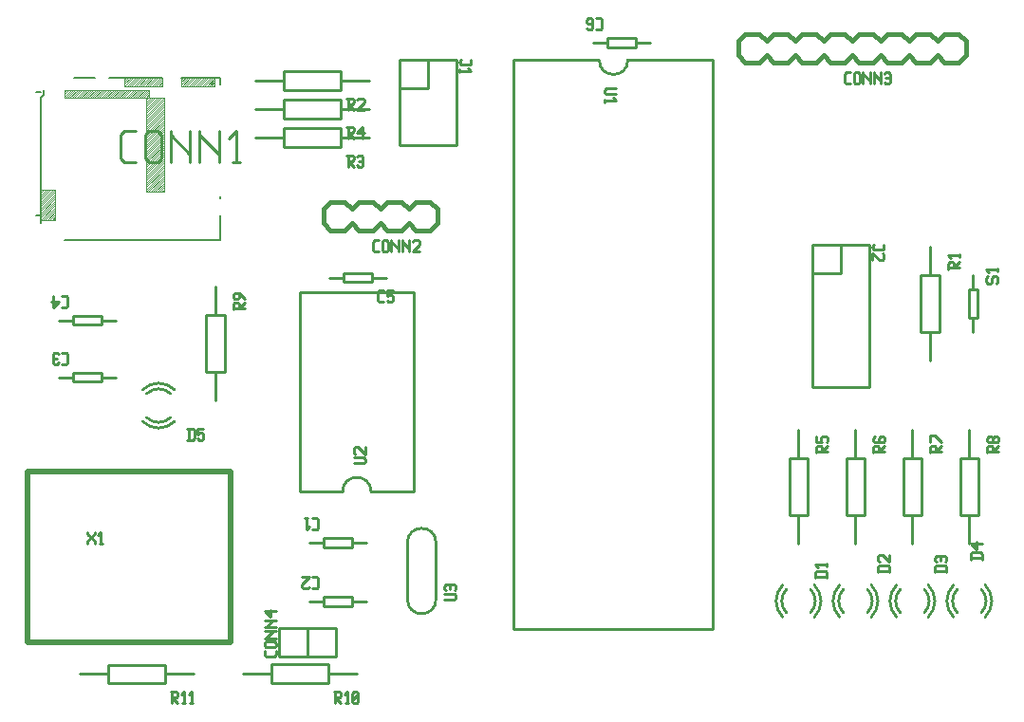
<source format=gbr>
G04 start of page 13 for group -4079 idx -4079 *
G04 Title: (unknown), topsilk *
G04 Creator: pcb 20100929 *
G04 CreationDate: Thu 24 Nov 2011 04:56:09 PM GMT UTC *
G04 For: andy *
G04 Format: Gerber/RS-274X *
G04 PCB-Dimensions: 346457 244094 *
G04 PCB-Coordinate-Origin: lower left *
%MOIN*%
%FSLAX25Y25*%
%LNFRONTSILK*%
%ADD13C,0.0200*%
%ADD25C,0.0150*%
%ADD40C,0.0100*%
%ADD41C,0.0020*%
%ADD42C,0.0050*%
%ADD43C,0.0110*%
G54D40*X264413Y39681D02*G75*G03X264413Y28507I5586J-5586D01*G01*
X275586Y28508D02*G75*G03X275586Y39680I-5586J5586D01*G01*
X265828Y38266D02*G75*G03X265828Y29922I4171J-4171D01*G01*
X274171Y29923D02*G75*G03X274171Y38265I-4171J4171D01*G01*
X284413Y39681D02*G75*G03X284413Y28507I5586J-5586D01*G01*
X295586Y28508D02*G75*G03X295586Y39680I-5586J5586D01*G01*
X285828Y38266D02*G75*G03X285828Y29922I4171J-4171D01*G01*
X294171Y29923D02*G75*G03X294171Y38265I-4171J4171D01*G01*
X306700Y64094D02*X313300D01*
Y84094D02*Y64094D01*
X306700Y84094D02*X313300D01*
X306700D02*Y64094D01*
X310000Y94094D02*Y84094D01*
Y64094D02*Y54094D01*
X286700Y64094D02*X293300D01*
Y84094D02*Y64094D01*
X286700Y84094D02*X293300D01*
X286700D02*Y64094D01*
X290000Y94094D02*Y84094D01*
Y64094D02*Y54094D01*
X266700Y64094D02*X273300D01*
Y84094D02*Y64094D01*
X266700Y84094D02*X273300D01*
X266700D02*Y64094D01*
X270000Y94094D02*Y84094D01*
Y64094D02*Y54094D01*
X324413Y39681D02*G75*G03X324413Y28507I5586J-5586D01*G01*
X335586Y28508D02*G75*G03X335586Y39680I-5586J5586D01*G01*
X325828Y38266D02*G75*G03X325828Y29922I4171J-4171D01*G01*
X334171Y29923D02*G75*G03X334171Y38265I-4171J4171D01*G01*
X326700Y64094D02*X333300D01*
Y84094D02*Y64094D01*
X326700Y84094D02*X333300D01*
X326700D02*Y64094D01*
X330000Y94094D02*Y84094D01*
Y64094D02*Y54094D01*
X285000Y149094D02*Y159094D01*
X275000Y149094D02*X285000D01*
X295000Y159094D02*X275000D01*
X295000Y109094D02*Y159094D01*
X275000Y109094D02*X295000D01*
X275000Y159094D02*Y109094D01*
X304413Y39681D02*G75*G03X304413Y28507I5586J-5586D01*G01*
X315586Y28508D02*G75*G03X315586Y39680I-5586J5586D01*G01*
X305828Y38266D02*G75*G03X305828Y29922I4171J-4171D01*G01*
X314171Y29923D02*G75*G03X314171Y38265I-4171J4171D01*G01*
X329699Y133740D02*X332899D01*
Y143740D02*Y133740D01*
X329699Y143740D02*X332899D01*
X329699D02*Y133740D01*
X331299Y148740D02*Y143740D01*
Y133740D02*Y128740D01*
X212874Y231757D02*Y228557D01*
X202874Y231757D02*X212874D01*
X202874D02*Y228557D01*
X212874D01*
X197874Y230157D02*X202874D01*
X212874D02*X217874D01*
G54D25*X248780Y230846D02*Y225846D01*
X251280Y223346D02*X256280D01*
X251280D02*X248780Y225846D01*
X256280Y223346D02*X258780Y225846D01*
X261280Y223346D02*X266280D01*
X261280D02*X258780Y225846D01*
X266280Y223346D02*X268780Y225846D01*
X271280Y223346D02*X276280D01*
X271280D02*X268780Y225846D01*
X276280Y223346D02*X278780Y225846D01*
X281280Y223346D02*X286280D01*
X281280D02*X278780Y225846D01*
X286280Y223346D02*X288780Y225846D01*
X291280Y223346D02*X296280D01*
X291280D02*X288780Y225846D01*
X296280Y223346D02*X298780Y225846D01*
X301280Y223346D02*X306280D01*
X301280D02*X298780Y225846D01*
X306280Y223346D02*X308780Y225846D01*
X311280Y223346D02*X316280D01*
X311280D02*X308780Y225846D01*
X316280Y223346D02*X318780Y225846D01*
X321280Y223346D02*X326280D01*
X321280D02*X318780Y225846D01*
X326280Y223346D02*X328780Y225846D01*
X251280Y233346D02*X256280D01*
X251280D02*X248780Y230846D01*
X256280Y233346D02*X258780Y230846D01*
X261280Y233346D02*X266280D01*
X261280D02*X258780Y230846D01*
X266280Y233346D02*X268780Y230846D01*
X271280Y233346D02*X276280D01*
X271280D02*X268780Y230846D01*
X276280Y233346D02*X278780Y230846D01*
X281280Y233346D02*X286280D01*
X281280D02*X278780Y230846D01*
X286280Y233346D02*X288780Y230846D01*
X291280Y233346D02*X296280D01*
X291280D02*X288780Y230846D01*
X296280Y233346D02*X298780Y230846D01*
X301280Y233346D02*X306280D01*
X301280D02*X298780Y230846D01*
X306280Y233346D02*X308780Y230846D01*
X311280Y233346D02*X316280D01*
X311280D02*X308780Y230846D01*
X316280Y233346D02*X318780Y230846D01*
X321280Y233346D02*X326280D01*
X321280D02*X318780Y230846D01*
X326280Y233346D02*X328780Y230846D01*
Y225846D01*
G54D40*X312999Y128740D02*X319599D01*
Y148740D02*Y128740D01*
X312999Y148740D02*X319599D01*
X312999D02*Y128740D01*
X316299Y158740D02*Y148740D01*
Y128740D02*Y118740D01*
X210000Y224094D02*X240000D01*
X170000D02*X200000D01*
X240000Y24094D02*Y224094D01*
X170000Y24094D02*X240000D01*
X170000Y224094D02*Y24094D01*
X200000Y224094D02*G75*G03X210000Y224094I5000J0D01*G01*
X142636Y54645D02*Y34645D01*
X132636Y54645D02*Y34645D01*
X142636Y54645D02*G75*G03X132636Y54645I-5000J0D01*G01*
Y34645D02*G75*G03X142636Y34645I5000J0D01*G01*
X113346Y35497D02*Y32297D01*
X103346Y35497D02*X113346D01*
X103346D02*Y32297D01*
X113346D01*
X98346Y33897D02*X103346D01*
X113346D02*X118346D01*
X113346Y56245D02*Y53045D01*
X103346Y56245D02*X113346D01*
X103346D02*Y53045D01*
X113346D01*
X98346Y54645D02*X103346D01*
X113346D02*X118346D01*
X94842Y72519D02*X109842D01*
X119842D02*X134842D01*
X94842Y142519D02*Y72519D01*
Y142519D02*X134842D01*
Y72519D01*
X119842D02*G75*G03X109842Y72519I-5000J0D01*G01*
X110236Y149355D02*Y146155D01*
X120236D01*
Y149355D02*Y146155D01*
X110236Y149355D02*X120236D01*
Y147755D02*X125236D01*
X105236D02*X110236D01*
X107362Y24685D02*Y14685D01*
X87362Y24685D02*X107362D01*
X87362D02*Y14685D01*
X107362D01*
X97362Y24685D02*X107362D01*
X97362D02*Y14685D01*
X74803Y8511D02*X84803D01*
X104803D02*X114803D01*
X84803Y11811D02*X104803D01*
Y5211D01*
X84803D01*
Y11811D01*
G54D13*X-882Y19743D02*X70418D01*
X-882Y79743D02*X70418D01*
Y19743D01*
X-882Y79743D02*X-902Y19743D01*
G54D40*X17441Y8432D02*X27441D01*
X47441D02*X57441D01*
X27441Y11732D02*X47441D01*
Y5132D01*
X27441D01*
Y11732D01*
X89252Y193589D02*Y200189D01*
X109252Y193589D02*X89252D01*
X109252Y200189D02*Y193589D01*
X89252Y200189D02*X109252D01*
Y196889D02*X119252D01*
X79252D02*X89252D01*
G54D25*X103110Y171791D02*Y166791D01*
X105610Y164291D02*X110610D01*
X105610D02*X103110Y166791D01*
X110610Y164291D02*X113110Y166791D01*
X115610Y164291D02*X120610D01*
X115610D02*X113110Y166791D01*
X120610Y164291D02*X123110Y166791D01*
X125610Y164291D02*X130610D01*
X125610D02*X123110Y166791D01*
X130610Y164291D02*X133110Y166791D01*
X135610Y164291D02*X140610D01*
X135610D02*X133110Y166791D01*
X140610Y164291D02*X143110Y166791D01*
X105610Y174291D02*X110610D01*
X105610D02*X103110Y171791D01*
X110610Y174291D02*X113110Y171791D01*
X115610Y174291D02*X120610D01*
X115610D02*X113110Y171791D01*
X120610Y174291D02*X123110Y171791D01*
X125610Y174291D02*X130610D01*
X125610D02*X123110Y171791D01*
X130610Y174291D02*X133110Y171791D01*
X135610Y174291D02*X140610D01*
X135610D02*X133110Y171791D01*
X140610Y174291D02*X143110Y171791D01*
Y166791D01*
G54D40*X89252Y203589D02*Y210189D01*
X109252Y203589D02*X89252D01*
X109252Y210189D02*Y203589D01*
X89252Y210189D02*X109252D01*
Y206889D02*X119252D01*
X79252D02*X89252D01*
Y213589D02*Y220189D01*
X109252Y213589D02*X89252D01*
X109252Y220189D02*Y213589D01*
X89252Y220189D02*X109252D01*
Y216889D02*X119252D01*
X79252D02*X89252D01*
X140000Y214094D02*Y224094D01*
X130000Y214094D02*X140000D01*
X150000Y224094D02*X130000D01*
X150000Y194094D02*Y224094D01*
X130000Y194094D02*X150000D01*
X130000Y224094D02*Y194094D01*
G54D41*X40787Y177873D02*X47086D01*
X40787Y210944D02*X47086D01*
X40787D02*Y177873D01*
X47086Y210944D02*Y177873D01*
X41968Y213700D02*Y210944D01*
X12047Y213700D02*X41968D01*
X12047D02*Y210944D01*
X41968D01*
X64999Y218031D02*Y215078D01*
X53188Y218031D02*X64999D01*
X53188D02*Y215078D01*
X64999D01*
X4960Y178661D02*X3779Y177480D01*
X4173Y178661D02*X3779Y178267D01*
X8897Y177874D02*X3779Y172756D01*
X8897Y177087D02*X3779Y171969D01*
Y178661D02*Y168031D01*
X8897D01*
Y178661D02*Y168031D01*
X3779Y178661D02*X8897D01*
X64999Y218031D02*X62047Y215079D01*
X64999Y217243D02*X62834Y215078D01*
X64999Y216456D02*X63621Y215078D01*
X64999Y215669D02*X64409Y215079D01*
X64212Y218031D02*X61260Y215079D01*
X63425Y218031D02*X60473Y215079D01*
X62638Y218031D02*X59686Y215079D01*
X61850Y218031D02*X58898Y215079D01*
X61063Y218031D02*X58111Y215079D01*
X60275Y218031D02*X57323Y215079D01*
X59488Y218031D02*X56536Y215079D01*
X58701Y218031D02*X55749Y215079D01*
X57913Y218031D02*X54961Y215079D01*
X57126Y218031D02*X54174Y215079D01*
X56338Y218031D02*X53386Y215079D01*
X55551Y218031D02*X53189Y215670D01*
X54763Y218031D02*X53188Y216456D01*
X53976Y218031D02*X53188Y217243D01*
X33896Y218031D02*X33306Y217440D01*
X8897Y176299D02*X3779Y171181D01*
X8897Y175512D02*X3779Y170394D01*
X8897Y174724D02*X3779Y169606D01*
X8897Y173937D02*X3779Y168819D01*
X8897Y173150D02*X3779Y168032D01*
X4566D02*X8897Y172363D01*
X5354Y168032D02*X8897Y171575D01*
X6141Y168032D02*X8897Y170788D01*
X6929Y168032D02*X8897Y170000D01*
X7716Y168032D02*X8897Y169213D01*
X8503Y168032D02*X8897Y168426D01*
G54D42*X3779Y210944D02*Y166850D01*
X15590Y218031D02*X22873D01*
X27991D02*X46495D01*
X53188D02*X66771D01*
Y215669D01*
Y176298D02*Y175511D01*
Y169606D02*Y160944D01*
X12047D02*X66771D01*
X3779Y210944D02*X4763Y211928D01*
Y213503D02*Y211928D01*
G54D41*X41968Y213700D02*X39212Y210944D01*
X41968Y212913D02*X39999Y210944D01*
X41968Y212125D02*X40787Y210944D01*
X42362D02*X40787Y209369D01*
X41181Y213700D02*X38425Y210944D01*
X40393Y213700D02*X37637Y210944D01*
X39606Y213700D02*X36850Y210944D01*
X38818Y213700D02*X36062Y210944D01*
X38031Y213700D02*X35275Y210944D01*
X37244Y213700D02*X34488Y210944D01*
X36456Y213700D02*X33700Y210944D01*
X35669Y213700D02*X32913Y210944D01*
X34881Y213700D02*X32125Y210944D01*
X34094Y213700D02*X31338Y210944D01*
X33307Y213700D02*X30551Y210944D01*
X32519Y213700D02*X29763Y210944D01*
X31732Y213700D02*X28976Y210944D01*
X30944Y213700D02*X28188Y210944D01*
X30156Y213700D02*X27400Y210944D01*
X29369Y213700D02*X26613Y210944D01*
X28582Y213700D02*X25826Y210944D01*
X27794Y213700D02*X25038Y210944D01*
X27007Y213700D02*X24251Y210944D01*
X26219Y213700D02*X23463Y210944D01*
X25432Y213700D02*X22676Y210944D01*
X24645Y213700D02*X21889Y210944D01*
X23857Y213700D02*X21101Y210944D01*
X23070Y213700D02*X20314Y210944D01*
X22282Y213700D02*X19526Y210944D01*
X21495Y213700D02*X18739Y210944D01*
X20708Y213700D02*X17952Y210944D01*
X19921Y213700D02*X17165Y210944D01*
X19133Y213700D02*X16377Y210944D01*
X18346Y213700D02*X15590Y210944D01*
X17558Y213700D02*X14802Y210944D01*
X16771Y213700D02*X14015Y210944D01*
X15984Y213700D02*X13228Y210944D01*
X15196Y213700D02*X12440Y210944D01*
X14409Y213700D02*X12047Y211338D01*
X13621Y213700D02*X12047Y212125D01*
X12834Y213700D02*X12047Y212913D01*
X47086Y210944D02*X40787Y204645D01*
X46299Y210944D02*X40787Y205432D01*
X45511Y210944D02*X40787Y206220D01*
X44724Y210944D02*X40787Y207007D01*
X43936Y210944D02*X40786Y207794D01*
X43149Y210944D02*X40787Y208582D01*
X41968Y211338D02*X40787Y210157D01*
X47086Y210156D02*X40787Y203857D01*
X47086Y209369D02*X40787Y203070D01*
X47086Y208581D02*X40787Y202282D01*
X47086Y207794D02*X40787Y201495D01*
X47086Y207006D02*X40787Y200707D01*
X47086Y206219D02*X40787Y199920D01*
X47086Y205431D02*X40787Y199132D01*
X47086Y204644D02*X40787Y198345D01*
X47086Y203856D02*X40787Y197557D01*
X47086Y203069D02*X40787Y196770D01*
X47086Y202281D02*X40787Y195982D01*
X47086Y201494D02*X40787Y195195D01*
X47086Y200706D02*X40787Y194407D01*
X47086Y199919D02*X40787Y193620D01*
X47086Y199131D02*X40787Y192832D01*
X47086Y198345D02*X40787Y192046D01*
X47086Y197557D02*X40787Y191258D01*
X47086Y196770D02*X40787Y190471D01*
X47086Y195982D02*X40787Y189683D01*
X47086Y195195D02*X40787Y188896D01*
X47086Y194407D02*X40787Y188108D01*
X47086Y193620D02*X40787Y187321D01*
X47086Y192832D02*X40787Y186533D01*
X47086Y192046D02*X40787Y185747D01*
X47086Y191258D02*X40787Y184959D01*
X47086Y190471D02*X40787Y184172D01*
X47086Y189683D02*X40787Y183384D01*
X47086Y188896D02*X40787Y182597D01*
X47086Y188108D02*X40787Y181809D01*
X47086Y187321D02*X40787Y181022D01*
X47086Y186533D02*X40787Y180234D01*
X47086Y185747D02*X40787Y179448D01*
X47086Y184959D02*X40787Y178660D01*
X47086Y184172D02*X40787Y177873D01*
X47086Y183384D02*X41574Y177872D01*
X47086Y182597D02*X42362Y177873D01*
X47086Y181809D02*X43149Y177873D01*
X47086Y181022D02*X43936Y177872D01*
X47086Y180234D02*X44724Y177872D01*
X47086Y179448D02*X45511Y177873D01*
X47086Y178661D02*X46299Y177874D01*
X8897Y178661D02*X3779Y173543D01*
X8110Y178661D02*X3779Y174330D01*
X7322Y178661D02*X3779Y175118D01*
X6535Y178661D02*X3779Y175905D01*
X5747Y178661D02*X3779Y176693D01*
X33306Y218031D02*X46495D01*
X33305D02*Y215078D01*
X33306D02*X46495D01*
Y218031D02*Y215078D01*
Y218031D02*X43543Y215079D01*
X46495Y217243D02*X44330Y215078D01*
X46495Y216456D02*X45117Y215078D01*
X46495Y215669D02*X45905Y215079D01*
X45708Y218031D02*X42756Y215079D01*
X44921Y218031D02*X41969Y215079D01*
X44134Y218031D02*X41182Y215079D01*
X43346Y218031D02*X40394Y215079D01*
X42559Y218031D02*X39607Y215079D01*
X41771Y218031D02*X38819Y215079D01*
X40984Y218031D02*X38032Y215079D01*
X40197Y218031D02*X37245Y215079D01*
X39409Y218031D02*X36457Y215079D01*
X38622Y218031D02*X35670Y215079D01*
X37834Y218031D02*X34882Y215079D01*
X37047Y218031D02*X34095Y215079D01*
X36259Y218031D02*X33307Y215078D01*
X35472Y218031D02*X33306Y215865D01*
X34684Y218031D02*X33306Y216653D01*
G54D42*X2204Y169606D02*X3779D01*
X2204Y212913D02*X3779D01*
G54D40*X25236Y134355D02*Y131155D01*
X15236Y134355D02*X25236D01*
X15236D02*Y131155D01*
X25236D01*
X10236Y132755D02*X15236D01*
X25236D02*X30236D01*
X25236Y114355D02*Y111155D01*
X15236Y114355D02*X25236D01*
X15236D02*Y111155D01*
X25236D01*
X10236Y112755D02*X15236D01*
X25236D02*X30236D01*
X50822Y108342D02*G75*G03X39649Y108341I-5586J-5586D01*G01*
X39649Y97169D02*G75*G03X50822Y97168I5586J5586D01*G01*
X49407Y106927D02*G75*G03X41064Y106926I-4171J-4171D01*G01*
X41064Y98584D02*G75*G03X49407Y98583I4171J4171D01*G01*
X61817Y114448D02*X68417D01*
Y134448D02*Y114448D01*
X61817Y134448D02*X68417D01*
X61817D02*Y114448D01*
X65117Y144448D02*Y134448D01*
Y114448D02*Y104448D01*
X145636Y34645D02*X149136D01*
X149636Y35145D01*
Y36145D02*Y35145D01*
Y36145D02*X149136Y36645D01*
X145636D02*X149136D01*
X146136Y37846D02*X145636Y38346D01*
Y39346D02*Y38346D01*
Y39346D02*X146136Y39846D01*
X149136D01*
X149636Y39346D02*X149136Y39846D01*
X149636Y39346D02*Y38346D01*
X149136Y37846D02*X149636Y38346D01*
X147636Y39846D02*Y38346D01*
X316300Y88094D02*Y86094D01*
Y88094D02*X316800Y88594D01*
X317800D01*
X318300Y88094D02*X317800Y88594D01*
X318300Y88094D02*Y86594D01*
X316300D02*X320300D01*
X318300D02*X320300Y88594D01*
Y89795D02*X317800Y92295D01*
X316300D02*X317800D01*
X316300D02*Y89795D01*
X286780Y215846D02*X288280D01*
X286280Y216346D02*X286780Y215846D01*
X286280Y219346D02*Y216346D01*
Y219346D02*X286780Y219846D01*
X288280D01*
X289481Y219346D02*Y216346D01*
Y219346D02*X289981Y219846D01*
X290981D01*
X291481Y219346D01*
Y216346D01*
X290981Y215846D02*X291481Y216346D01*
X289981Y215846D02*X290981D01*
X289481Y216346D02*X289981Y215846D01*
X292682Y219846D02*Y215846D01*
Y219846D02*Y219346D01*
X295182Y216846D01*
Y219846D02*Y215846D01*
X296383Y219846D02*Y215846D01*
Y219846D02*Y219346D01*
X298883Y216846D01*
Y219846D02*Y215846D01*
X300084Y219346D02*X300584Y219846D01*
X301584D01*
X302084Y219346D01*
Y216346D01*
X301584Y215846D02*X302084Y216346D01*
X300584Y215846D02*X301584D01*
X300084Y216346D02*X300584Y215846D01*
Y217846D02*X302084D01*
X300000Y159094D02*Y157594D01*
X296500D02*X300000D01*
X296000Y158094D02*X296500Y157594D01*
X296000Y158594D02*Y158094D01*
X296500Y159094D02*X296000Y158594D01*
X299500Y156393D02*X300000Y155893D01*
Y154393D01*
X299500Y153893D01*
X298500D02*X299500D01*
X296000Y156393D02*X298500Y153893D01*
X296000Y156393D02*Y153893D01*
X276000Y42594D02*X280000D01*
X276000Y44094D02*X276500Y44594D01*
X279500D01*
X280000Y44094D02*X279500Y44594D01*
X280000Y44094D02*Y42094D01*
X276000Y44094D02*Y42094D01*
X280000Y47295D02*Y46295D01*
X276000Y46795D02*X280000D01*
X277000Y45795D02*X276000Y46795D01*
X296300Y88094D02*Y86094D01*
Y88094D02*X296800Y88594D01*
X297800D01*
X298300Y88094D02*X297800Y88594D01*
X298300Y88094D02*Y86594D01*
X296300D02*X300300D01*
X298300D02*X300300Y88594D01*
X296300Y91295D02*X296800Y91795D01*
X296300Y91295D02*Y90295D01*
X296800Y89795D02*X296300Y90295D01*
X296800Y89795D02*X299800D01*
X300300Y90295D01*
X298300Y91295D02*X298800Y91795D01*
X298300Y91295D02*Y89795D01*
X300300Y91295D02*Y90295D01*
Y91295D02*X299800Y91795D01*
X298800D02*X299800D01*
X276300Y88094D02*Y86094D01*
Y88094D02*X276800Y88594D01*
X277800D01*
X278300Y88094D02*X277800Y88594D01*
X278300Y88094D02*Y86594D01*
X276300D02*X280300D01*
X278300D02*X280300Y88594D01*
X276300Y91795D02*Y89795D01*
X278300D01*
X277800Y90295D01*
Y91295D02*Y90295D01*
Y91295D02*X278300Y91795D01*
X279800D01*
X280300Y91295D02*X279800Y91795D01*
X280300Y91295D02*Y90295D01*
X279800Y89795D02*X280300Y90295D01*
X298000Y44594D02*X302000D01*
X298000Y46094D02*X298500Y46594D01*
X301500D01*
X302000Y46094D02*X301500Y46594D01*
X302000Y46094D02*Y44094D01*
X298000Y46094D02*Y44094D01*
X298500Y47795D02*X298000Y48295D01*
Y49795D02*Y48295D01*
Y49795D02*X298500Y50295D01*
X299500D01*
X302000Y47795D02*X299500Y50295D01*
X302000D02*Y47795D01*
X336300Y88094D02*Y86094D01*
Y88094D02*X336800Y88594D01*
X337800D01*
X338300Y88094D02*X337800Y88594D01*
X338300Y88094D02*Y86594D01*
X336300D02*X340300D01*
X338300D02*X340300Y88594D01*
X339800Y89795D02*X340300Y90295D01*
X338800Y89795D02*X339800D01*
X338800D02*X338300Y90295D01*
Y91295D02*Y90295D01*
Y91295D02*X338800Y91795D01*
X339800D01*
X340300Y91295D02*X339800Y91795D01*
X340300Y91295D02*Y90295D01*
X337800Y89795D02*X338300Y90295D01*
X336800Y89795D02*X337800D01*
X336800D02*X336300Y90295D01*
Y91295D02*Y90295D01*
Y91295D02*X336800Y91795D01*
X337800D01*
X338300Y91295D02*X337800Y91795D01*
X330481Y49161D02*X334481D01*
X330481Y50661D02*X330981Y51161D01*
X333981D01*
X334481Y50661D02*X333981Y51161D01*
X334481Y50661D02*Y48661D01*
X330481Y50661D02*Y48661D01*
X332481Y52362D02*X330481Y54362D01*
X332481Y54862D02*Y52362D01*
X330481Y54362D02*X334481D01*
X318000Y44594D02*X322000D01*
X318000Y46094D02*X318500Y46594D01*
X321500D01*
X322000Y46094D02*X321500Y46594D01*
X322000Y46094D02*Y44094D01*
X318000Y46094D02*Y44094D01*
X318500Y47795D02*X318000Y48295D01*
Y49295D02*Y48295D01*
Y49295D02*X318500Y49795D01*
X321500D01*
X322000Y49295D02*X321500Y49795D01*
X322000Y49295D02*Y48295D01*
X321500Y47795D02*X322000Y48295D01*
X320000Y49795D02*Y48295D01*
X335899Y147740D02*X336399Y148240D01*
X335899Y147740D02*Y146240D01*
X336399Y145740D02*X335899Y146240D01*
X336399Y145740D02*X337399D01*
X337899Y146240D01*
Y147740D02*Y146240D01*
Y147740D02*X338399Y148240D01*
X339399D01*
X339899Y147740D02*X339399Y148240D01*
X339899Y147740D02*Y146240D01*
X339399Y145740D02*X339899Y146240D01*
Y150941D02*Y149941D01*
X335899Y150441D02*X339899D01*
X336899Y149441D02*X335899Y150441D01*
X322599Y152740D02*Y150740D01*
Y152740D02*X323099Y153240D01*
X324099D01*
X324599Y152740D02*X324099Y153240D01*
X324599Y152740D02*Y151240D01*
X322599D02*X326599D01*
X324599D02*X326599Y153240D01*
Y155941D02*Y154941D01*
X322599Y155441D02*X326599D01*
X323599Y154441D02*X322599Y155441D01*
X202500Y214094D02*X206000D01*
X202500D02*X202000Y213594D01*
Y212594D01*
X202500Y212094D01*
X206000D01*
X202000Y210393D02*Y209393D01*
Y209893D02*X206000D01*
X205000Y210893D02*X206000Y209893D01*
X198874Y238757D02*X200374D01*
X200874Y238257D02*X200374Y238757D01*
X200874Y238257D02*Y235257D01*
X200374Y234757D01*
X198874D02*X200374D01*
X196173D02*X195673Y235257D01*
X196173Y234757D02*X197173D01*
X197673Y235257D02*X197173Y234757D01*
X197673Y238257D02*Y235257D01*
Y238257D02*X197173Y238757D01*
X196173Y236757D02*X195673Y237257D01*
X196173Y236757D02*X197673D01*
X196173Y238757D02*X197173D01*
X196173D02*X195673Y238257D01*
Y237257D01*
X111252Y190589D02*X113252D01*
X113752Y190089D01*
Y189089D01*
X113252Y188589D02*X113752Y189089D01*
X111752Y188589D02*X113252D01*
X111752Y190589D02*Y186589D01*
Y188589D02*X113752Y186589D01*
X114953Y190089D02*X115453Y190589D01*
X116453D01*
X116953Y190089D01*
Y187089D01*
X116453Y186589D02*X116953Y187089D01*
X115453Y186589D02*X116453D01*
X114953Y187089D02*X115453Y186589D01*
Y188589D02*X116953D01*
X121110Y156791D02*X122610D01*
X120610Y157291D02*X121110Y156791D01*
X120610Y160291D02*Y157291D01*
Y160291D02*X121110Y160791D01*
X122610D01*
X123811Y160291D02*Y157291D01*
Y160291D02*X124311Y160791D01*
X125311D01*
X125811Y160291D01*
Y157291D01*
X125311Y156791D02*X125811Y157291D01*
X124311Y156791D02*X125311D01*
X123811Y157291D02*X124311Y156791D01*
X127012Y160791D02*Y156791D01*
Y160791D02*Y160291D01*
X129512Y157791D01*
Y160791D02*Y156791D01*
X130713Y160791D02*Y156791D01*
Y160791D02*Y160291D01*
X133213Y157791D01*
Y160791D02*Y156791D01*
X134414Y160291D02*X134914Y160791D01*
X136414D01*
X136914Y160291D01*
Y159291D01*
X134414Y156791D02*X136914Y159291D01*
X134414Y156791D02*X136914D01*
X111252Y200589D02*X113252D01*
X113752Y200089D01*
Y199089D01*
X113252Y198589D02*X113752Y199089D01*
X111752Y198589D02*X113252D01*
X111752Y200589D02*Y196589D01*
Y198589D02*X113752Y196589D01*
X114953Y198589D02*X116953Y200589D01*
X114953Y198589D02*X117453D01*
X116953Y200589D02*Y196589D01*
X111252Y210589D02*X113252D01*
X113752Y210089D01*
Y209089D01*
X113252Y208589D02*X113752Y209089D01*
X111752Y208589D02*X113252D01*
X111752Y210589D02*Y206589D01*
Y208589D02*X113752Y206589D01*
X114953Y210089D02*X115453Y210589D01*
X116953D01*
X117453Y210089D01*
Y209089D01*
X114953Y206589D02*X117453Y209089D01*
X114953Y206589D02*X117453D01*
X155000Y224094D02*Y222594D01*
X151500D02*X155000D01*
X151000Y223094D02*X151500Y222594D01*
X151000Y223594D02*Y223094D01*
X151500Y224094D02*X151000Y223594D01*
Y220893D02*Y219893D01*
Y220393D02*X155000D01*
X154000Y221393D02*X155000Y220393D01*
X99346Y42497D02*X100846D01*
X101346Y41997D02*X100846Y42497D01*
X101346Y41997D02*Y38997D01*
X100846Y38497D01*
X99346D02*X100846D01*
X98145Y38997D02*X97645Y38497D01*
X96145D02*X97645D01*
X96145D02*X95645Y38997D01*
Y39997D02*Y38997D01*
X98145Y42497D02*X95645Y39997D01*
Y42497D02*X98145D01*
X99346Y63245D02*X100846D01*
X101346Y62745D02*X100846Y63245D01*
X101346Y62745D02*Y59745D01*
X100846Y59245D01*
X99346D02*X100846D01*
X96645Y63245D02*X97645D01*
X97145D02*Y59245D01*
X98145Y60245D02*X97145Y59245D01*
X86362Y16685D02*Y15185D01*
X85862Y14685D02*X86362Y15185D01*
X82862Y14685D02*X85862D01*
X82862D02*X82362Y15185D01*
Y16685D02*Y15185D01*
X82862Y17886D02*X85862D01*
X82862D02*X82362Y18386D01*
Y19386D02*Y18386D01*
Y19386D02*X82862Y19886D01*
X85862D01*
X86362Y19386D02*X85862Y19886D01*
X86362Y19386D02*Y18386D01*
X85862Y17886D02*X86362Y18386D01*
X82362Y21087D02*X86362D01*
X82362D02*X82862D01*
X85362Y23587D01*
X82362D02*X86362D01*
X82362Y24788D02*X86362D01*
X82362D02*X82862D01*
X85362Y27288D01*
X82362D02*X86362D01*
X84362Y28489D02*X82362Y30489D01*
X84362Y30989D02*Y28489D01*
X82362Y30489D02*X86362D01*
X106803Y2211D02*X108803D01*
X109303Y1711D01*
Y711D01*
X108803Y211D02*X109303Y711D01*
X107303Y211D02*X108803D01*
X107303Y2211D02*Y-1789D01*
Y211D02*X109303Y-1789D01*
X111004D02*X112004D01*
X111504Y2211D02*Y-1789D01*
X110504Y1211D02*X111504Y2211D01*
X113205Y-1289D02*X113705Y-1789D01*
X113205Y1711D02*Y-1289D01*
Y1711D02*X113705Y2211D01*
X114705D01*
X115205Y1711D01*
Y-1289D01*
X114705Y-1789D02*X115205Y-1289D01*
X113705Y-1789D02*X114705D01*
X113205Y-789D02*X115205Y1211D01*
X49441Y2132D02*X51441D01*
X51941Y1632D01*
Y632D01*
X51441Y132D02*X51941Y632D01*
X49941Y132D02*X51441D01*
X49941Y2132D02*Y-1868D01*
Y132D02*X51941Y-1868D01*
X53642D02*X54642D01*
X54142Y2132D02*Y-1868D01*
X53142Y1132D02*X54142Y2132D01*
X56343Y-1868D02*X57343D01*
X56843Y2132D02*Y-1868D01*
X55843Y1132D02*X56843Y2132D01*
X20275Y58243D02*Y57743D01*
X22775Y55243D01*
Y54243D01*
X20275Y55243D02*Y54243D01*
Y55243D02*X22775Y57743D01*
Y58243D02*Y57743D01*
X24476Y54243D02*X25476D01*
X24976Y58243D02*Y54243D01*
X23976Y57243D02*X24976Y58243D01*
X55736Y94755D02*Y90755D01*
X57236Y94755D02*X57736Y94255D01*
Y91255D01*
X57236Y90755D02*X57736Y91255D01*
X55236Y90755D02*X57236D01*
X55236Y94755D02*X57236D01*
X58937D02*X60937D01*
X58937D02*Y92755D01*
X59437Y93255D01*
X60437D01*
X60937Y92755D01*
Y91255D01*
X60437Y90755D02*X60937Y91255D01*
X59437Y90755D02*X60437D01*
X58937Y91255D02*X59437Y90755D01*
X11236Y141355D02*X12736D01*
X13236Y140855D02*X12736Y141355D01*
X13236Y140855D02*Y137855D01*
X12736Y137355D01*
X11236D02*X12736D01*
X10035Y139355D02*X8035Y137355D01*
X7535Y139355D02*X10035D01*
X8035Y141355D02*Y137355D01*
X11236Y121355D02*X12736D01*
X13236Y120855D02*X12736Y121355D01*
X13236Y120855D02*Y117855D01*
X12736Y117355D01*
X11236D02*X12736D01*
X10035Y117855D02*X9535Y117355D01*
X8535D02*X9535D01*
X8535D02*X8035Y117855D01*
Y120855D02*Y117855D01*
X8535Y121355D02*X8035Y120855D01*
X8535Y121355D02*X9535D01*
X10035Y120855D02*X9535Y121355D01*
X8035Y119355D02*X9535D01*
X71417Y138448D02*Y136448D01*
Y138448D02*X71917Y138948D01*
X72917D01*
X73417Y138448D02*X72917Y138948D01*
X73417Y138448D02*Y136948D01*
X71417D02*X75417D01*
X73417D02*X75417Y138948D01*
Y140149D02*X73417Y142149D01*
X71917D02*X73417D01*
X71417Y141649D02*X71917Y142149D01*
X71417Y141649D02*Y140649D01*
X71917Y140149D02*X71417Y140649D01*
X71917Y140149D02*X72917D01*
X73417Y140649D01*
Y142149D02*Y140649D01*
X113842Y82519D02*X117342D01*
X117842Y83019D01*
Y84019D02*Y83019D01*
Y84019D02*X117342Y84519D01*
X113842D02*X117342D01*
X114342Y85720D02*X113842Y86220D01*
Y87720D02*Y86220D01*
Y87720D02*X114342Y88220D01*
X115342D01*
X117842Y85720D02*X115342Y88220D01*
X117842D02*Y85720D01*
X122736Y139155D02*X124236D01*
X122236Y139655D02*X122736Y139155D01*
X122236Y142655D02*Y139655D01*
Y142655D02*X122736Y143155D01*
X124236D01*
X125437D02*X127437D01*
X125437D02*Y141155D01*
X125937Y141655D01*
X126937D01*
X127437Y141155D01*
Y139655D01*
X126937Y139155D02*X127437Y139655D01*
X125937Y139155D02*X126937D01*
X125437Y139655D02*X125937Y139155D01*
G54D43*X33113Y188168D02*X37253D01*
X31733Y189548D02*X33113Y188168D01*
X31733Y197828D02*Y189548D01*
Y197828D02*X33113Y199208D01*
X37253D01*
X40567Y197828D02*Y189548D01*
Y197828D02*X41947Y199208D01*
X44707D01*
X46087Y197828D01*
Y189548D01*
X44707Y188168D02*X46087Y189548D01*
X41947Y188168D02*X44707D01*
X40567Y189548D02*X41947Y188168D01*
X49402Y199208D02*Y188168D01*
Y199208D02*Y197828D01*
X56302Y190928D01*
Y199208D02*Y188168D01*
X59617Y199208D02*Y188168D01*
Y199208D02*Y197828D01*
X66517Y190928D01*
Y199208D02*Y188168D01*
X71212D02*X73972D01*
X72592Y199208D02*Y188168D01*
X69832Y196448D02*X72592Y199208D01*
M02*

</source>
